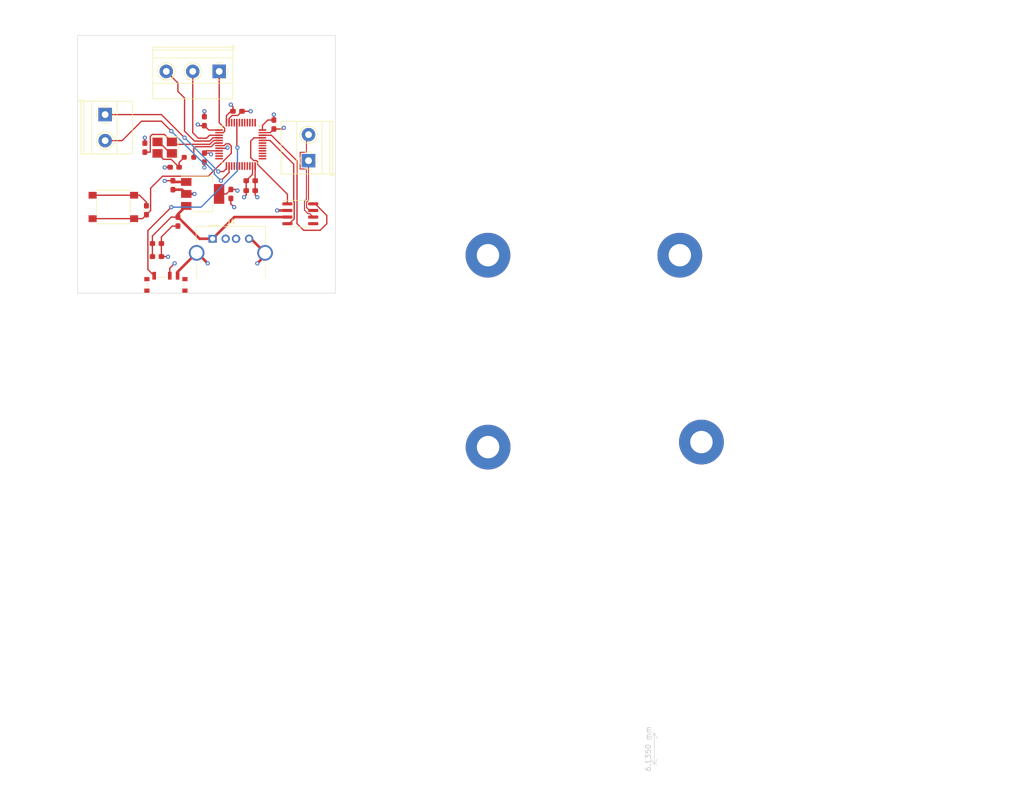
<source format=kicad_pcb>
(kicad_pcb (version 20221018) (generator pcbnew)
  (layers (0 "F.Cu" signal) (1 "In1.Cu" power) (2 "In2.Cu" power) (31 "B.Cu" signal) (34 "B.Paste" user) (35 "F.Paste" user) (36 "B.SilkS" user "B.Silkscreen") (37 "F.SilkS" user "F.Silkscreen") (38 "B.Mask" user) (39 "F.Mask" user) (44 "Edge.Cuts" user))
  (net 0 "")
  (net 1 "+5V")
  (net 2 "GND")
  (net 3 "+3.3V")
  (net 4 "Net-(C3-Pad1)")
  (net 5 "NRST")
  (net 6 "HSE_IN")
  (net 7 "Net-(C5-Pad1)")
  (net 8 "GPIO1")
  (net 9 "GPIO2")
  (net 10 "ADC1")
  (net 11 "ADC2")
  (net 12 "CAN+")
  (net 13 "CAN-")
  (net 14 "HSE_OUT")
  (net 15 "BOOT0")
  (net 16 "CAN TX")
  (net 17 "CAN RX")
  (net 19 "CAN Silent Mode ")
  (net 20 "GPIO3")
  (net 45 "Net-(x1-Pad2)")
  (footprint "Capacitor_SMD:C_0603_1608Metric_Pad1.08x0.95mm_HandSolder" (layer "F.Cu") (at 30.685 14.56)
    (fp_text reference "C7" hide)
    (fp_text value "10n")
    (fp_line (start -0.146267 -0.51) (end 0.146267 -0.51) (stroke (width 0.12)) (layer "F.SilkS"))
    (fp_line (start -0.146267 0.51) (end 0.146267 0.51) (stroke (width 0.12)) (layer "F.SilkS"))
    (pad "1" smd roundrect (at -0.8625 0) (size 1.075 0.95) (layers "F.Cu" "F.Paste" "F.Mask") (net 3 "+3.3V"))
    (pad "2" smd roundrect (at 0.8625 0) (size 1.075 0.95) (layers "F.Cu" "F.Paste" "F.Mask") (net 2 "GND"))
  )
  (footprint "Capacitor_SMD:C_0603_1608Metric_Pad1.08x0.95mm_HandSolder" (layer "F.Cu") (at 13.21 33.57 -90)
    (fp_text reference "C3" hide)
    (fp_text value "100n")
    (fp_line (start -0.146267 -0.51) (end 0.146267 -0.51) (stroke (width 0.12)) (layer "F.SilkS"))
    (fp_line (start -0.146267 0.51) (end 0.146267 0.51) (stroke (width 0.12)) (layer "F.SilkS"))
    (pad "1" smd roundrect (at -0.8625 0 270) (size 1.075 0.95) (layers "F.Cu" "F.Paste" "F.Mask") (net 4 "Net-(C3-Pad1)"))
    (pad "2" smd roundrect (at 0.8625 0 270) (size 1.075 0.95) (layers "F.Cu" "F.Paste" "F.Mask") (net 5 "NRST"))
  )
  (footprint "Oscillator:Oscillator_SMD_Abracon_ASE-4Pin_3.2x2.5mm_HandSoldering" (layer "F.Cu") (at 16.715 21.545 180)
    (fp_text reference "x1" hide)
    (fp_text value "8Mhz")
    (fp_line (start -2.55 -2.125) (end -2.55 2.125) (stroke (width 0.12)) (layer "F.SilkS"))
    (fp_line (start -2.55 2.125) (end 2.55 2.125) (stroke (width 0.12)) (layer "F.SilkS"))
    (pad "1" smd rect (at -1.375 1.1 180) (size 1.95 1.65) (layers "F.Cu" "F.Paste" "F.Mask") (net 6 "HSE_IN"))
    (pad "2" smd rect (at 1.375 1.1 180) (size 1.95 1.65) (layers "F.Cu" "F.Paste" "F.Mask") (net 45 "Net-(x1-Pad2)"))
    (pad "3" smd rect (at 1.375 -1.1 180) (size 1.95 1.65) (layers "F.Cu" "F.Paste" "F.Mask") (net 7 "Net-(C5-Pad1)"))
    (pad "4" smd rect (at -1.375 -1.1 180) (size 1.95 1.65) (layers "F.Cu" "F.Paste" "F.Mask") (net 45 "Net-(x1-Pad2)"))
  )
  (footprint "Capacitor_SMD:C_0603_1608Metric_Pad1.08x0.95mm_HandSolder" (layer "F.Cu") (at 18.29 28.7575 90)
    (fp_text reference "C11" hide)
    (fp_text value "10n")
    (fp_line (start -0.146267 -0.51) (end 0.146267 -0.51) (stroke (width 0.12)) (layer "F.SilkS"))
    (fp_line (start -0.146267 0.51) (end 0.146267 0.51) (stroke (width 0.12)) (layer "F.SilkS"))
    (pad "1" smd roundrect (at -0.8625 0 90) (size 1.075 0.95) (layers "F.Cu" "F.Paste" "F.Mask") (net 3 "+3.3V"))
    (pad "2" smd roundrect (at 0.8625 0 90) (size 1.075 0.95) (layers "F.Cu" "F.Paste" "F.Mask") (net 2 "GND"))
  )
  (footprint "Capacitor_SMD:C_0603_1608Metric_Pad1.08x0.95mm_HandSolder" (layer "F.Cu") (at 33.225 29.8 180)
    (fp_text reference "C10" hide)
    (fp_text value "1u")
    (fp_line (start -0.146267 -0.51) (end 0.146267 -0.51) (stroke (width 0.12)) (layer "F.SilkS"))
    (fp_line (start -0.146267 0.51) (end 0.146267 0.51) (stroke (width 0.12)) (layer "F.SilkS"))
    (pad "1" smd roundrect (at -0.8625 0 180) (size 1.075 0.95) (layers "F.Cu" "F.Paste" "F.Mask") (net 3 "+3.3V"))
    (pad "2" smd roundrect (at 0.8625 0 180) (size 1.075 0.95) (layers "F.Cu" "F.Paste" "F.Mask") (net 2 "GND"))
  )
  (footprint "Capacitor_SMD:C_0603_1608Metric_Pad1.08x0.95mm_HandSolder" (layer "F.Cu") (at 12.905 21.545 90)
    (fp_text reference "C4" hide)
    (fp_text value "6p")
    (fp_line (start -0.146267 -0.51) (end 0.146267 -0.51) (stroke (width 0.12)) (layer "F.SilkS"))
    (fp_line (start -0.146267 0.51) (end 0.146267 0.51) (stroke (width 0.12)) (layer "F.SilkS"))
    (pad "1" smd roundrect (at -0.8625 0 90) (size 1.075 0.95) (layers "F.Cu" "F.Paste" "F.Mask") (net 6 "HSE_IN"))
    (pad "2" smd roundrect (at 0.8625 0 90) (size 1.075 0.95) (layers "F.Cu" "F.Paste" "F.Mask") (net 2 "GND"))
  )
  (footprint "Button_Switch_SMD:SW_SPDT_PCM12" (layer "F.Cu") (at 16.945 47.58)
    (fp_text reference "SW2" hide)
    (fp_text value "SW_SPDT")
    (fp_line (start -3.45 -0.07) (end -3.45 0.72) (stroke (width 0.12)) (layer "F.SilkS"))
    (fp_line (start -1.6 -1.12) (end 0.1 -1.12) (stroke (width 0.12)) (layer "F.SilkS"))
    (fp_line (start 1.4 -1.12) (end 1.6 -1.12) (stroke (width 0.12)) (layer "F.SilkS"))
    (fp_line (start 3.45 0.72) (end 3.45 -0.07) (stroke (width 0.12)) (layer "F.SilkS"))
    (pad "" smd rect (at -3.65 -0.78) (size 1 0.8) (layers "F.Cu" "F.Paste" "F.Mask"))
    (pad "" smd rect (at -3.65 1.43) (size 1 0.8) (layers "F.Cu" "F.Paste" "F.Mask"))
    (pad "" np_thru_hole circle (at -1.5 0.33) (size 0.9 0.9) (drill 0.9) (layers "*.Cu" "*.Mask"))
    (pad "" np_thru_hole circle (at 1.5 0.33) (size 0.9 0.9) (drill 0.9) (layers "*.Cu" "*.Mask"))
    (pad "" smd rect (at 3.65 -0.78) (size 1 0.8) (layers "F.Cu" "F.Paste" "F.Mask"))
    (pad "" smd rect (at 3.65 1.43) (size 1 0.8) (layers "F.Cu" "F.Paste" "F.Mask"))
    (pad "1" smd rect (at -2.25 -1.43) (size 0.7 1.5) (layers "F.Cu" "F.Paste" "F.Mask") (net 15 "BOOT0"))
    (pad "2" smd rect (at 0.75 -1.43) (size 0.7 1.5) (layers "F.Cu" "F.Paste" "F.Mask") (net 3 "+3.3V"))
    (pad "3" smd rect (at 2.25 -1.43) (size 0.7 1.5) (layers "F.Cu" "F.Paste" "F.Mask") (net 2 "GND"))
  )
  (footprint "MountingHole:MountingHole_4.3mm_M4_Pad" (layer "F.Cu") (at 115.6 42.205 90)
    (fp_text reference "H3" hide)
    (fp_text value "MountingHole")
    (pad "1" thru_hole circle (at 0 0 90) (size 8.6 8.6) (drill 4.3) (layers "*.Cu" "*.Mask"))
  )
  (footprint "TerminalBlock_Phoenix:TerminalBlock_Phoenix_MKDS-1,5-2_1x02_P5.00mm_Horizontal" (layer "F.Cu") (at 44.325 24.045 90)
    (fp_text reference "J3" hide)
    (fp_text value "CAN")
    (fp_line (start -2.8 4.16) (end -2.8 4.9) (stroke (width 0.12)) (layer "F.SilkS"))
    (fp_line (start -2.8 4.9) (end -2.3 4.9) (stroke (width 0.12)) (layer "F.SilkS"))
    (fp_line (start -2.56 -5.261) (end -2.56 4.66) (stroke (width 0.12)) (layer "F.SilkS"))
    (fp_line (start -2.56 -5.261) (end 7.56 -5.261) (stroke (width 0.12)) (layer "F.SilkS"))
    (fp_line (start -2.56 -2.301) (end 7.56 -2.301) (stroke (width 0.12)) (layer "F.SilkS"))
    (fp_line (start -2.56 2.6) (end 7.56 2.6) (stroke (width 0.12)) (layer "F.SilkS"))
    (fp_line (start -2.56 4.1) (end 7.56 4.1) (stroke (width 0.12)) (layer "F.SilkS"))
    (fp_line (start -2.56 4.66) (end 7.56 4.66) (stroke (width 0.12)) (layer "F.SilkS"))
    (fp_line (start 3.773 1.023) (end 3.726 1.069) (stroke (width 0.12)) (layer "F.SilkS"))
    (fp_line (start 3.966 1.239) (end 3.931 1.274) (stroke (width 0.12)) (layer "F.SilkS"))
    (fp_line (start 6.07 -1.275) (end 6.035 -1.239) (stroke (width 0.12)) (layer "F.SilkS"))
    (fp_line (start 6.275 -1.069) (end 6.228 -1.023) (stroke (width 0.12)) (layer "F.SilkS"))
    (fp_line (start 7.56 -5.261) (end 7.56 4.66) (stroke (width 0.12)) (layer "F.SilkS"))
    (fp_arc (start -1.535427 0.683042) (mid -1.680501 -0.000524) (end -1.535 -0.684) (stroke (width 0.12)) (layer "F.SilkS"))
    (fp_arc (start -0.683042 -1.535427) (mid 0.000524 -1.680501) (end 0.684 -1.535) (stroke (width 0.12)) (layer "F.SilkS"))
    (fp_arc (start 0.028805 1.680253) (mid -0.335551 1.646659) (end -0.684 1.535) (stroke (width 0.12)) (layer "F.SilkS"))
    (fp_arc (start 0.683318 1.534756) (mid 0.349292 1.643288) (end 0 1.68) (stroke (width 0.12)) (layer "F.SilkS"))
    (fp_arc (start 1.535427 -0.683042) (mid 1.680501 0.000524) (end 1.535 0.684) (stroke (width 0.12)) (layer "F.SilkS"))
    (fp_circle (center 5 0) (end 6.68 0) (stroke (width 0.12)) (fill none) (layer "F.SilkS"))
    (pad "1" thru_hole rect (at 0 0 90) (size 2.6 2.6) (drill 1.3) (layers "*.Cu" "*.Mask") (net 12 "CAN+"))
    (pad "2" thru_hole circle (at 5 0 90) (size 2.6 2.6) (drill 1.3) (layers "*.Cu" "*.Mask") (net 13 "CAN-"))
  )
  (footprint "Capacitor_SMD:C_0603_1608Metric_Pad1.08x0.95mm_HandSolder" (layer "F.Cu") (at 18.62 25.305 180)
    (fp_text reference "C5" hide)
    (fp_text value "6p")
    (fp_line (start -0.146267 -0.51) (end 0.146267 -0.51) (stroke (width 0.12)) (layer "F.SilkS"))
    (fp_line (start -0.146267 0.51) (end 0.146267 0.51) (stroke (width 0.12)) (layer "F.SilkS"))
    (pad "1" smd roundrect (at -0.8625 0 180) (size 1.075 0.95) (layers "F.Cu" "F.Paste" "F.Mask") (net 7 "Net-(C5-Pad1)"))
    (pad "2" smd roundrect (at 0.8625 0 180) (size 1.075 0.95) (layers "F.Cu" "F.Paste" "F.Mask") (net 2 "GND"))
  )
  (footprint "Package_SO:SOIC-8_3.9x4.9mm_P1.27mm" (layer "F.Cu") (at 42.75 34.245)
    (fp_text reference "U1" hide)
    (fp_text value "TJA1051T")
    (fp_line (start 0 -2.56) (end -3.45 -2.56) (stroke (width 0.12)) (layer "F.SilkS"))
    (fp_line (start 0 -2.56) (end 1.95 -2.56) (stroke (width 0.12)) (layer "F.SilkS"))
    (fp_line (start 0 2.56) (end -1.95 2.56) (stroke (width 0.12)) (layer "F.SilkS"))
    (fp_line (start 0 2.56) (end 1.95 2.56) (stroke (width 0.12)) (layer "F.SilkS"))
    (pad "1" smd roundrect (at -2.475 -1.905) (size 1.95 0.6) (layers "F.Cu" "F.Paste" "F.Mask") (net 16 "CAN TX"))
    (pad "2" smd roundrect (at -2.475 -0.635) (size 1.95 0.6) (layers "F.Cu" "F.Paste" "F.Mask") (net 2 "GND"))
    (pad "3" smd roundrect (at -2.475 0.635) (size 1.95 0.6) (layers "F.Cu" "F.Paste" "F.Mask") (net 1 "+5V"))
    (pad "4" smd roundrect (at -2.475 1.905) (size 1.95 0.6) (layers "F.Cu" "F.Paste" "F.Mask") (net 17 "CAN RX"))
    (pad "5" smd roundrect (at 2.475 1.905) (size 1.95 0.6) (layers "F.Cu" "F.Paste" "F.Mask"))
    (pad "6" smd roundrect (at 2.475 0.635) (size 1.95 0.6) (layers "F.Cu" "F.Paste" "F.Mask") (net 13 "CAN-"))
    (pad "7" smd roundrect (at 2.475 -0.635) (size 1.95 0.6) (layers "F.Cu" "F.Paste" "F.Mask") (net 12 "CAN+"))
    (pad "8" smd roundrect (at 2.475 -1.905) (size 1.95 0.6) (layers "F.Cu" "F.Paste" "F.Mask") (net 19 "CAN Silent Mode "))
  )
  (footprint "Capacitor_SMD:C_0603_1608Metric_Pad1.08x0.95mm_HandSolder" (layer "F.Cu") (at 29.415 30.435 -90)
    (fp_text reference "C12" hide)
    (fp_text value "1u")
    (fp_line (start -0.146267 -0.51) (end 0.146267 -0.51) (stroke (width 0.12)) (layer "F.SilkS"))
    (fp_line (start -0.146267 0.51) (end 0.146267 0.51) (stroke (width 0.12)) (layer "F.SilkS"))
    (pad "1" smd roundrect (at -0.8625 0 270) (size 1.075 0.95) (layers "F.Cu" "F.Paste" "F.Mask") (net 3 "+3.3V"))
    (pad "2" smd roundrect (at 0.8625 0 270) (size 1.075 0.95) (layers "F.Cu" "F.Paste" "F.Mask") (net 2 "GND"))
  )
  (footprint "Package_TO_SOT_SMD:SOT-223-3_TabPin2" (layer "F.Cu") (at 24.005 30.435)
    (fp_text reference "U2" hide)
    (fp_text value "AMS1117-3.3")
    (fp_line (start -4.1 -3.41) (end 1.91 -3.41) (stroke (width 0.12)) (layer "F.SilkS"))
    (fp_line (start -1.85 3.41) (end 1.91 3.41) (stroke (width 0.12)) (layer "F.SilkS"))
    (fp_line (start 1.91 -3.41) (end 1.91 -2.15) (stroke (width 0.12)) (layer "F.SilkS"))
    (fp_line (start 1.91 3.41) (end 1.91 2.15) (stroke (width 0.12)) (layer "F.SilkS"))
    (pad "1" smd rect (at -3.15 -2.3) (size 2 1.5) (layers "F.Cu" "F.Paste" "F.Mask") (net 2 "GND"))
    (pad "2" smd rect (at -3.15 0) (size 2 1.5) (layers "F.Cu" "F.Paste" "F.Mask") (net 3 "+3.3V"))
    (pad "2" smd rect (at 3.15 0) (size 2 3.8) (layers "F.Cu" "F.Paste" "F.Mask") (net 3 "+3.3V"))
    (pad "3" smd rect (at -3.15 2.3) (size 2 1.5) (layers "F.Cu" "F.Paste" "F.Mask") (net 1 "+5V"))
  )
  (footprint "Capacitor_SMD:C_0603_1608Metric_Pad1.08x0.95mm_HandSolder" (layer "F.Cu") (at 15.2175 42.47)
    (fp_text reference "C14" hide)
    (fp_text value "1u")
    (fp_line (start -0.146267 -0.51) (end 0.146267 -0.51) (stroke (width 0.12)) (layer "F.SilkS"))
    (fp_line (start -0.146267 0.51) (end 0.146267 0.51) (stroke (width 0.12)) (layer "F.SilkS"))
    (pad "1" smd roundrect (at -0.8625 0) (size 1.075 0.95) (layers "F.Cu" "F.Paste" "F.Mask") (net 1 "+5V"))
    (pad "2" smd roundrect (at 0.8625 0) (size 1.075 0.95) (layers "F.Cu" "F.Paste" "F.Mask") (net 2 "GND"))
  )
  (footprint "MountingHole:MountingHole_4.3mm_M4_Pad" (layer "F.Cu") (at 78.795 79.07 90)
    (fp_text reference "H1" hide)
    (fp_text value "MountingHole")
    (pad "1" thru_hole circle (at 0 0 90) (size 8.6 8.6) (drill 4.3) (layers "*.Cu" "*.Mask"))
  )
  (footprint "Capacitor_SMD:C_0603_1608Metric_Pad1.08x0.95mm_HandSolder" (layer "F.Cu") (at 15.2175 39.96)
    (fp_text reference "C13" hide)
    (fp_text value "100n")
    (fp_line (start -0.146267 -0.51) (end 0.146267 -0.51) (stroke (width 0.12)) (layer "F.SilkS"))
    (fp_line (start -0.146267 0.51) (end 0.146267 0.51) (stroke (width 0.12)) (layer "F.SilkS"))
    (pad "1" smd roundrect (at -0.8625 0) (size 1.075 0.95) (layers "F.Cu" "F.Paste" "F.Mask") (net 1 "+5V"))
    (pad "2" smd roundrect (at 0.8625 0) (size 1.075 0.95) (layers "F.Cu" "F.Paste" "F.Mask") (net 2 "GND"))
  )
  (footprint "Capacitor_SMD:C_0603_1608Metric_Pad1.08x0.95mm_HandSolder" (layer "F.Cu") (at 19.255 35.7425 -90)
    (fp_text reference "C1" hide)
    (fp_text value "10u")
    (fp_line (start -0.146267 -0.51) (end 0.146267 -0.51) (stroke (width 0.12)) (layer "F.SilkS"))
    (fp_line (start -0.146267 0.51) (end 0.146267 0.51) (stroke (width 0.12)) (layer "F.SilkS"))
    (pad "1" smd roundrect (at -0.8625 0 270) (size 1.075 0.95) (layers "F.Cu" "F.Paste" "F.Mask") (net 1 "+5V"))
    (pad "2" smd roundrect (at 0.8625 0 270) (size 1.075 0.95) (layers "F.Cu" "F.Paste" "F.Mask") (net 2 "GND"))
  )
  (footprint "Package_QFP:LQFP-48_7x7mm_P0.5mm" (layer "F.Cu") (at 31.32 20.91)
    (fp_text reference "U3" hide)
    (fp_text value "STM32F103C4Tx")
    (fp_line (start -3.61 -3.61) (end -3.61 -3.16) (stroke (width 0.12)) (layer "F.SilkS"))
    (fp_line (start -3.61 -3.16) (end -4.9 -3.16) (stroke (width 0.12)) (layer "F.SilkS"))
    (fp_line (start -3.61 3.61) (end -3.61 3.16) (stroke (width 0.12)) (layer "F.SilkS"))
    (fp_line (start -3.16 -3.61) (end -3.61 -3.61) (stroke (width 0.12)) (layer "F.SilkS"))
    (fp_line (start -3.16 3.61) (end -3.61 3.61) (stroke (width 0.12)) (layer "F.SilkS"))
    (fp_line (start 3.16 -3.61) (end 3.61 -3.61) (stroke (width 0.12)) (layer "F.SilkS"))
    (fp_line (start 3.16 3.61) (end 3.61 3.61) (stroke (width 0.12)) (layer "F.SilkS"))
    (fp_line (start 3.61 -3.61) (end 3.61 -3.16) (stroke (width 0.12)) (layer "F.SilkS"))
    (fp_line (start 3.61 3.61) (end 3.61 3.16) (stroke (width 0.12)) (layer "F.SilkS"))
    (pad "1" smd roundrect (at -4.1625 -2.75) (size 1.475 0.3) (layers "F.Cu" "F.Paste" "F.Mask") (net 3 "+3.3V"))
    (pad "2" smd roundrect (at -4.1625 -2.25) (size 1.475 0.3) (layers "F.Cu" "F.Paste" "F.Mask") (net 8 "GPIO1"))
    (pad "3" smd roundrect (at -4.1625 -1.75) (size 1.475 0.3) (layers "F.Cu" "F.Paste" "F.Mask") (net 9 "GPIO2"))
    (pad "4" smd roundrect (at -4.1625 -1.25) (size 1.475 0.3) (layers "F.Cu" "F.Paste" "F.Mask") (net 20 "GPIO3"))
    (pad "5" smd roundrect (at -4.1625 -0.75) (size 1.475 0.3) (layers "F.Cu" "F.Paste" "F.Mask") (net 6 "HSE_IN"))
    (pad "6" smd roundrect (at -4.1625 -0.25) (size 1.475 0.3) (layers "F.Cu" "F.Paste" "F.Mask") (net 14 "HSE_OUT"))
    (pad "7" smd roundrect (at -4.1625 0.25) (size 1.475 0.3) (layers "F.Cu" "F.Paste" "F.Mask") (net 5 "NRST"))
    (pad "8" smd roundrect (at -4.1625 0.75) (size 1.475 0.3) (layers "F.Cu" "F.Paste" "F.Mask") (net 2 "GND"))
    (pad "9" smd roundrect (at -4.1625 1.25) (size 1.475 0.3) (layers "F.Cu" "F.Paste" "F.Mask") (net 3 "+3.3V"))
    (pad "10" smd roundrect (at -4.1625 1.75) (size 1.475 0.3) (layers "F.Cu" "F.Paste" "F.Mask"))
    (pad "11" smd roundrect (at -4.1625 2.25) (size 1.475 0.3) (layers "F.Cu" "F.Paste" "F.Mask"))
    (pad "12" smd roundrect (at -4.1625 2.75) (size 1.475 0.3) (layers "F.Cu" "F.Paste" "F.Mask"))
    (pad "13" smd roundrect (at -2.75 4.1625) (size 0.3 1.475) (layers "F.Cu" "F.Paste" "F.Mask") (net 10 "ADC1"))
    (pad "14" smd roundrect (at -2.25 4.1625) (size 0.3 1.475) (layers "F.Cu" "F.Paste" "F.Mask") (net 11 "ADC2"))
    (pad "15" smd roundrect (at -1.75 4.1625) (size 0.3 1.475) (layers "F.Cu" "F.Paste" "F.Mask"))
    (pad "16" smd roundrect (at -1.25 4.1625) (size 0.3 1.475) (layers "F.Cu" "F.Paste" "F.Mask"))
    (pad "17" smd roundrect (at -0.75 4.1625) (size 0.3 1.475) (layers "F.Cu" "F.Paste" "F.Mask"))
    (pad "18" smd roundrect (at -0.25 4.1625) (size 0.3 1.475) (layers "F.Cu" "F.Paste" "F.Mask"))
    (pad "19" smd roundrect (at 0.25 4.1625) (size 0.3 1.475) (layers "F.Cu" "F.Paste" "F.Mask"))
    (pad "20" smd roundrect (at 0.75 4.1625) (size 0.3 1.475) (layers "F.Cu" "F.Paste" "F.Mask"))
    (pad "21" smd roundrect (at 1.25 4.1625) (size 0.3 1.475) (layers "F.Cu" "F.Paste" "F.Mask"))
    (pad "22" smd roundrect (at 1.75 4.1625) (size 0.3 1.475) (layers "F.Cu" "F.Paste" "F.Mask"))
    (pad "23" smd roundrect (at 2.25 4.1625) (size 0.3 1.475) (layers "F.Cu" "F.Paste" "F.Mask") (net 2 "GND"))
    (pad "24" smd roundrect (at 2.75 4.1625) (size 0.3 1.475) (layers "F.Cu" "F.Paste" "F.Mask") (net 3 "+3.3V"))
    (pad "25" smd roundrect (at 4.1625 2.75) (size 1.475 0.3) (layers "F.Cu" "F.Paste" "F.Mask"))
    (pad "26" smd roundrect (at 4.1625 2.25) (size 1.475 0.3) (layers "F.Cu" "F.Paste" "F.Mask"))
    (pad "27" smd roundrect (at 4.1625 1.75) (size 1.475 0.3) (layers "F.Cu" "F.Paste" "F.Mask"))
    (pad "28" smd roundrect (at 4.1625 1.25) (size 1.475 0.3) (layers "F.Cu" "F.Paste" "F.Mask"))
    (pad "29" smd roundrect (at 4.1625 0.75) (size 1.475 0.3) (layers "F.Cu" "F.Paste" "F.Mask"))
    (pad "30" smd roundrect (at 4.1625 0.25) (size 1.475 0.3) (layers "F.Cu" "F.Paste" "F.Mask"))
    (pad "31" smd roundrect (at 4.1625 -0.25) (size 1.475 0.3) (layers "F.Cu" "F.Paste" "F.Mask"))
    (pad "32" smd roundrect (at 4.1625 -0.75) (size 1.475 0.3) (layers "F.Cu" "F.Paste" "F.Mask") (net 17 "CAN RX"))
    (pad "33" smd roundrect (at 4.1625 -1.25) (size 1.475 0.3) (layers "F.Cu" "F.Paste" "F.Mask") (net 16 "CAN TX"))
    (pad "34" smd roundrect (at 4.1625 -1.75) (size 1.475 0.3) (layers "F.Cu" "F.Paste" "F.Mask") (net 19 "CAN Silent Mode "))
    (pad "35" smd roundrect (at 4.1625 -2.25) (size 1.475 0.3) (layers "F.Cu" "F.Paste" "F.Mask") (net 2 "GND"))
    (pad "36" smd roundrect (at 4.1625 -2.75) (size 1.475 0.3) (layers "F.Cu" "F.Paste" "F.Mask") (net 3 "+3.3V"))
    (pad "37" smd roundrect (at 2.75 -4.1625) (size 0.3 1.475) (layers "F.Cu" "F.Paste" "F.Mask"))
    (pad "38" smd roundrect (at 2.25 -4.1625) (size 0.3 1.475) (layers "F.Cu" "F.Paste" "F.Mask"))
    (pad "39" smd roundrect (at 1.75 -4.1625) (size 0.3 1.475) (layers "F.Cu" "F.Paste" "F.Mask"))
    (pad "40" smd roundrect (at 1.25 -4.1625) (size 0.3 1.475) (layers "F.Cu" "F.Paste" "F.Mask"))
    (pad "41" smd roundrect (at 0.75 -4.1625) (size 0.3 1.475) (layers "F.Cu" "F.Paste" "F.Mask"))
    (pad "42" smd roundrect (at 0.25 -4.1625) (size 0.3 1.475) (layers "F.Cu" "F.Paste" "F.Mask"))
    (pad "43" smd roundrect (at -0.25 -4.1625) (size 0.3 1.475) (layers "F.Cu" "F.Paste" "F.Mask"))
    (pad "44" smd roundrect (at -0.75 -4.1625) (size 0.3 1.475) (layers "F.Cu" "F.Paste" "F.Mask") (net 15 "BOOT0"))
    (pad "45" smd roundrect (at -1.25 -4.1625) (size 0.3 1.475) (layers "F.Cu" "F.Paste" "F.Mask"))
    (pad "46" smd roundrect (at -1.75 -4.1625) (size 0.3 1.475) (layers "F.Cu" "F.Paste" "F.Mask"))
    (pad "47" smd roundrect (at -2.25 -4.1625) (size 0.3 1.475) (layers "F.Cu" "F.Paste" "F.Mask") (net 2 "GND"))
    (pad "48" smd roundrect (at -2.75 -4.1625) (size 0.3 1.475) (layers "F.Cu" "F.Paste" "F.Mask") (net 3 "+3.3V"))
  )
  (footprint "MountingHole:MountingHole_4.3mm_M4_Pad" (layer "F.Cu") (at 119.75 78.1 90)
    (fp_text reference "H2" hide)
    (fp_text value "MountingHole")
    (pad "1" thru_hole circle (at 0 0 90) (size 8.6 8.6) (drill 4.3) (layers "*.Cu" "*.Mask"))
  )
  (footprint "Button_Switch_SMD:SW_SPST_PTS645" (layer "F.Cu") (at 6.86 32.935)
    (fp_text reference "SW1" hide)
    (fp_text value "SW_Push")
    (fp_line (start -3.23 -3.23) (end 3.23 -3.23) (stroke (width 0.12)) (layer "F.SilkS"))
    (fp_line (start -3.23 -3.2) (end -3.23 -3.23) (stroke (width 0.12)) (layer "F.SilkS"))
    (fp_line (start -3.23 -1.3) (end -3.23 1.3) (stroke (width 0.12)) (layer "F.SilkS"))
    (fp_line (start -3.23 3.23) (end -3.23 3.2) (stroke (width 0.12)) (layer "F.SilkS"))
    (fp_line (start -3.23 3.23) (end 3.23 3.23) (stroke (width 0.12)) (layer "F.SilkS"))
    (fp_line (start 3.23 -3.23) (end 3.23 -3.2) (stroke (width 0.12)) (layer "F.SilkS"))
    (fp_line (start 3.23 -1.3) (end 3.23 1.3) (stroke (width 0.12)) (layer "F.SilkS"))
    (fp_line (start 3.23 3.23) (end 3.23 3.2) (stroke (width 0.12)) (layer "F.SilkS"))
    (pad "1" smd rect (at -3.98 -2.25) (size 1.55 1.3) (layers "F.Cu" "F.Paste" "F.Mask") (net 4 "Net-(C3-Pad1)"))
    (pad "1" smd rect (at 3.98 -2.25) (size 1.55 1.3) (layers "F.Cu" "F.Paste" "F.Mask") (net 4 "Net-(C3-Pad1)"))
    (pad "2" smd rect (at -3.98 2.25) (size 1.55 1.3) (layers "F.Cu" "F.Paste" "F.Mask") (net 5 "NRST"))
    (pad "2" smd rect (at 3.98 2.25) (size 1.55 1.3) (layers "F.Cu" "F.Paste" "F.Mask") (net 5 "NRST"))
  )
  (footprint "Connector_USB:USB_A_Molex_67643_Horizontal" (layer "F.Cu") (at 25.915 39.045)
    (fp_text reference "J4" (at 3.5 -3.19) (layer "F.SilkS"))
    (fp_text value "USB_A")
    (fp_line (start -3.16 -2.38) (end -3.16 0.95) (stroke (width 0.12)) (layer "F.SilkS"))
    (fp_line (start -3.16 -2.38) (end 10.16 -2.38) (stroke (width 0.12)) (layer "F.SilkS"))
    (fp_line (start -3.048 5.08) (end -3.048 7.62) (stroke (width 0.1)) (layer "F.SilkS"))
    (fp_line (start -0.9 -2.6) (end 0.9 -2.6) (stroke (width 0.12)) (layer "F.SilkS"))
    (fp_line (start 10.16 -2.38) (end 10.16 0.95) (stroke (width 0.12)) (layer "F.SilkS"))
    (fp_line (start 10.16 5.08) (end 10.16 7.62) (stroke (width 0.1)) (layer "F.SilkS"))
    (pad "1" thru_hole rect (at 0 0) (size 1.6 1.5) (drill 0.95) (layers "*.Cu" "*.Mask") (net 1 "+5V"))
    (pad "2" thru_hole circle (at 2.5 0) (size 1.6 1.6) (drill 0.95) (layers "*.Cu" "*.Mask"))
    (pad "3" thru_hole circle (at 4.5 0) (size 1.6 1.6) (drill 0.95) (layers "*.Cu" "*.Mask"))
    (pad "4" thru_hole circle (at 7 0) (size 1.6 1.6) (drill 0.95) (layers "*.Cu" "*.Mask") (net 2 "GND"))
    (pad "5" thru_hole circle (at -3.07 2.71) (size 3 3) (drill 2.3) (layers "*.Cu" "*.Mask") (net 2 "GND"))
    (pad "5" thru_hole circle (at 10.07 2.71) (size 3 3) (drill 2.3) (layers "*.Cu" "*.Mask") (net 2 "GND"))
  )
  (footprint "Capacitor_SMD:C_0603_1608Metric_Pad1.08x0.95mm_HandSolder" (layer "F.Cu") (at 33.225 27.895 180)
    (fp_text reference "C9" hide)
    (fp_text value "10n")
    (fp_line (start -0.146267 -0.51) (end 0.146267 -0.51) (stroke (width 0.12)) (layer "F.SilkS"))
    (fp_line (start -0.146267 0.51) (end 0.146267 0.51) (stroke (width 0.12)) (layer "F.SilkS"))
    (pad "1" smd roundrect (at -0.8625 0 180) (size 1.075 0.95) (layers "F.Cu" "F.Paste" "F.Mask") (net 3 "+3.3V"))
    (pad "2" smd roundrect (at 0.8625 0 180) (size 1.075 0.95) (layers "F.Cu" "F.Paste" "F.Mask") (net 2 "GND"))
  )
  (footprint "Capacitor_SMD:C_0603_1608Metric_Pad1.08x0.95mm_HandSolder" (layer "F.Cu") (at 24.335 16.465 90)
    (fp_text reference "C6" hide)
    (fp_text value "10n")
    (fp_line (start -0.146267 -0.51) (end 0.146267 -0.51) (stroke (width 0.12)) (layer "F.SilkS"))
    (fp_line (start -0.146267 0.51) (end 0.146267 0.51) (stroke (width 0.12)) (layer "F.SilkS"))
    (pad "1" smd roundrect (at -0.8625 0 90) (size 1.075 0.95) (layers "F.Cu" "F.Paste" "F.Mask") (net 3 "+3.3V"))
    (pad "2" smd roundrect (at 0.8625 0 90) (size 1.075 0.95) (layers "F.Cu" "F.Paste" "F.Mask") (net 2 "GND"))
  )
  (footprint "Capacitor_SMD:C_0603_1608Metric_Pad1.08x0.95mm_HandSolder" (layer "F.Cu") (at 24.335 23.45 -90)
    (fp_text reference "C8" hide)
    (fp_text value "10n")
    (fp_line (start -0.146267 -0.51) (end 0.146267 -0.51) (stroke (width 0.12)) (layer "F.SilkS"))
    (fp_line (start -0.146267 0.51) (end 0.146267 0.51) (stroke (width 0.12)) (layer "F.SilkS"))
    (pad "1" smd roundrect (at -0.8625 0 270) (size 1.075 0.95) (layers "F.Cu" "F.Paste" "F.Mask") (net 3 "+3.3V"))
    (pad "2" smd roundrect (at 0.8625 0 270) (size 1.075 0.95) (layers "F.Cu" "F.Paste" "F.Mask") (net 2 "GND"))
  )
  (footprint "TerminalBlock_Phoenix:TerminalBlock_Phoenix_MKDS-1,5-3-5.08_1x03_P5.08mm_Horizontal" (layer "F.Cu") (at 27.18 6.9 180)
    (fp_text reference "J1" hide)
    (fp_text value "GPIO")
    (fp_line (start -2.84 4.16) (end -2.84 4.9) (stroke (width 0.12)) (layer "F.SilkS"))
    (fp_line (start -2.84 4.9) (end -2.34 4.9) (stroke (width 0.12)) (layer "F.SilkS"))
    (fp_line (start -2.6 -5.261) (end -2.6 4.66) (stroke (width 0.12)) (layer "F.SilkS"))
    (fp_line (start -2.6 -5.261) (end 12.76 -5.261) (stroke (width 0.12)) (layer "F.SilkS"))
    (fp_line (start -2.6 -2.301) (end 12.76 -2.301) (stroke (width 0.12)) (layer "F.SilkS"))
    (fp_line (start -2.6 2.6) (end 12.76 2.6) (stroke (width 0.12)) (layer "F.SilkS"))
    (fp_line (start -2.6 4.1) (end 12.76 4.1) (stroke (width 0.12)) (layer "F.SilkS"))
    (fp_line (start -2.6 4.66) (end 12.76 4.66) (stroke (width 0.12)) (layer "F.SilkS"))
    (fp_line (start 3.853 1.023) (end 3.806 1.069) (stroke (width 0.12)) (layer "F.SilkS"))
    (fp_line (start 4.046 1.239) (end 4.011 1.274) (stroke (width 0.12)) (layer "F.SilkS"))
    (fp_line (start 6.15 -1.275) (end 6.115 -1.239) (stroke (width 0.12)) (layer "F.SilkS"))
    (fp_line (start 6.355 -1.069) (end 6.308 -1.023) (stroke (width 0.12)) (layer "F.SilkS"))
    (fp_line (start 8.933 1.023) (end 8.886 1.069) (stroke (width 0.12)) (layer "F.SilkS"))
    (fp_line (start 9.126 1.239) (end 9.091 1.274) (stroke (width 0.12)) (layer "F.SilkS"))
    (fp_line (start 11.23 -1.275) (end 11.195 -1.239) (stroke (width 0.12)) (layer "F.SilkS"))
    (fp_line (start 11.435 -1.069) (end 11.388 -1.023) (stroke (width 0.12)) (layer "F.SilkS"))
    (fp_line (start 12.76 -5.261) (end 12.76 4.66) (stroke (width 0.12)) (layer "F.SilkS"))
    (fp_arc (start -1.535427 0.683042) (mid -1.680501 -0.000524) (end -1.535 -0.684) (stroke (width 0.12)) (layer "F.SilkS"))
    (fp_arc (start -0.683042 -1.535427) (mid 0.000524 -1.680501) (end 0.684 -1.535) (stroke (width 0.12)) (layer "F.SilkS"))
    (fp_arc (start 0.028805 1.680253) (mid -0.335551 1.646659) (end -0.684 1.535) (stroke (width 0.12)) (layer "F.SilkS"))
    (fp_arc (start 0.683318 1.534756) (mid 0.349292 1.643288) (end 0 1.68) (stroke (width 0.12)) (layer "F.SilkS"))
    (fp_arc (start 1.535427 -0.683042) (mid 1.680501 0.000524) (end 1.535 0.684) (stroke (width 0.12)) (layer "F.SilkS"))
    (fp_circle (center 5.08 0) (end 6.76 0) (stroke (width 0.12)) (fill none) (layer "F.SilkS"))
    (fp_circle (center 10.16 0) (end 11.84 0) (stroke (width 0.12)) (fill none) (layer "F.SilkS"))
    (pad "1" thru_hole rect (at 0 0 180) (size 2.6 2.6) (drill 1.3) (layers "*.Cu" "*.Mask") (net 8 "GPIO1"))
    (pad "2" thru_hole circle (at 5.08 0 180) (size 2.6 2.6) (drill 1.3) (layers "*.Cu" "*.Mask") (net 9 "GPIO2"))
    (pad "3" thru_hole circle (at 10.16 0 180) (size 2.6 2.6) (drill 1.3) (layers "*.Cu" "*.Mask") (net 20 "GPIO3"))
  )
  (footprint "Capacitor_SMD:C_0603_1608Metric_Pad1.08x0.95mm_HandSolder" (layer "F.Cu") (at 37.67 17.1 -90)
    (fp_text reference "C2" hide)
    (fp_text value "22u")
    (fp_line (start -0.146267 -0.51) (end 0.146267 -0.51) (stroke (width 0.12)) (layer "F.SilkS"))
    (fp_line (start -0.146267 0.51) (end 0.146267 0.51) (stroke (width 0.12)) (layer "F.SilkS"))
    (pad "1" smd roundrect (at -0.8625 0 270) (size 1.075 0.95) (layers "F.Cu" "F.Paste" "F.Mask") (net 3 "+3.3V"))
    (pad "2" smd roundrect (at 0.8625 0 270) (size 1.075 0.95) (layers "F.Cu" "F.Paste" "F.Mask") (net 2 "GND"))
  )
  (footprint "TerminalBlock_Phoenix:TerminalBlock_Phoenix_MKDS-1,5-2_1x02_P5.00mm_Horizontal" (layer "F.Cu") (at 5.285 15.195 -90)
    (fp_text reference "J2" hide)
    (fp_text value "ADC")
    (fp_line (start -2.8 4.16) (end -2.8 4.9) (stroke (width 0.12)) (layer "F.SilkS"))
    (fp_line (start -2.8 4.9) (end -2.3 4.9) (stroke (width 0.12)) (layer "F.SilkS"))
    (fp_line (start -2.56 -5.261) (end -2.56 4.66) (stroke (width 0.12)) (layer "F.SilkS"))
    (fp_line (start -2.56 -5.261) (end 7.56 -5.261) (stroke (width 0.12)) (layer "F.SilkS"))
    (fp_line (start -2.56 -2.301) (end 7.56 -2.301) (stroke (width 0.12)) (layer "F.SilkS"))
    (fp_line (start -2.56 2.6) (end 7.56 2.6) (stroke (width 0.12)) (layer "F.SilkS"))
    (fp_line (start -2.56 4.1) (end 7.56 4.1) (stroke (width 0.12)) (layer "F.SilkS"))
    (fp_line (start -2.56 4.66) (end 7.56 4.66) (stroke (width 0.12)) (layer "F.SilkS"))
    (fp_line (start 3.773 1.023) (end 3.726 1.069) (stroke (width 0.12)) (layer "F.SilkS"))
    (fp_line (start 3.966 1.239) (end 3.931 1.274) (stroke (width 0.12)) (layer "F.SilkS"))
    (fp_line (start 6.07 -1.275) (end 6.035 -1.239) (stroke (width 0.12)) (layer "F.SilkS"))
    (fp_line (start 6.275 -1.069) (end 6.228 -1.023) (stroke (width 0.12)) (layer "F.SilkS"))
    (fp_line (start 7.56 -5.261) (end 7.56 4.66) (stroke (width 0.12)) (layer "F.SilkS"))
    (fp_arc (start -1.535427 0.683042) (mid -1.680501 -0.000524) (end -1.535 -0.684) (stroke (width 0.12)) (layer "F.SilkS"))
    (fp_arc (start -0.683042 -1.535427) (mid 0.000524 -1.680501) (end 0.684 -1.535) (stroke (width 0.12)) (layer "F.SilkS"))
    (fp_arc (start 0.028805 1.680253) (mid -0.335551 1.646659) (end -0.684 1.535) (stroke (width 0.12)) (layer "F.SilkS"))
    (fp_arc (start 0.683318 1.534756) (mid 0.349292 1.643288) (end 0 1.68) (stroke (width 0.12)) (layer "F.SilkS"))
    (fp_arc (start 1.535427 -0.683042) (mid 1.680501 0.000524) (end 1.535 0.684) (stroke (width 0.12)) (layer "F.SilkS"))
    (fp_circle (center 5 0) (end 6.68 0) (stroke (width 0.12)) (fill none) (layer "F.SilkS"))
    (pad "1" thru_hole rect (at 0 0 270) (size 2.6 2.6) (drill 1.3) (layers "*.Cu" "*.Mask") (net 10 "ADC1"))
    (pad "2" thru_hole circle (at 5 0 270) (size 2.6 2.6) (drill 1.3) (layers "*.Cu" "*.Mask") (net 11 "ADC2"))
  )
  (footprint "MountingHole:MountingHole_4.3mm_M4_Pad" (layer "F.Cu") (at 78.77 42.205 90)
    (fp_text reference "H4" hide)
    (fp_text value "MountingHole")
    (pad "1" thru_hole circle (at 0 0 90) (size 8.6 8.6) (drill 4.3) (layers "*.Cu" "*.Mask"))
  )
  (footprint "Resistor_SMD:R_0603_1608Metric_Pad0.98x0.95mm_HandSolder" (layer "F.Cu") (at 21.3875 23.4 180)
    (fp_text reference "R1" hide)
    (fp_text value "0")
    (fp_line (start -0.254724 -0.5225) (end 0.254724 -0.5225) (stroke (width 0.12)) (layer "F.SilkS"))
    (fp_line (start -0.254724 0.5225) (end 0.254724 0.5225) (stroke (width 0.12)) (layer "F.SilkS"))
    (pad "1" smd roundrect (at -0.9125 0 180) (size 0.975 0.95) (layers "F.Cu" "F.Paste" "F.Mask") (net 14 "HSE_OUT"))
    (pad "2" smd roundrect (at 0.9125 0 180) (size 0.975 0.95) (layers "F.Cu" "F.Paste" "F.Mask") (net 7 "Net-(C5-Pad1)"))
  )
  (gr_rect (start 0 0) (end 49.5 49.5) (stroke (width 0.1)) (fill none) (layer "Edge.Cuts"))
  (dimension (type orthogonal) (layer "Edge.Cuts") (pts (xy 110.775 133.965) (xy 110.6 140.1)) (height -0.075) (orientation 1) (gr_text "6.1350 mm" (at 109.55 137.0325 90) (layer "Edge.Cuts") (effects (font (size 1 1) (thickness 0.15)))) (format (prefix "") (suffix "") (units 3) (units_format 1) (precision 4)) (style (thickness 0.1) (arrow_length 1.27) (text_position_mode 0) (extension_height 0.58642) (extension_offset 0.5) keep_text_aligned))
  (segment (start 30.08 34.88) (end 25.915 39.045) (width 0.5) (layer "F.Cu") (net 1))
  (segment (start 25.915 39.045) (end 23.42 39.045) (width 0.5) (layer "F.Cu") (net 1))
  (segment (start 23.42 39.045) (end 19.255 34.88) (width 0.5) (layer "F.Cu") (net 1))
  (segment (start 14.355 42.47) (end 14.355 39.96) (width 0.25) (layer "F.Cu") (net 1))
  (segment (start 14.355 39.96) (end 14.355 38.51) (width 0.25) (layer "F.Cu") (net 1))
  (segment (start 14.355 38.51) (end 17.985 34.88) (width 0.25) (layer "F.Cu") (net 1))
  (segment (start 19.255 34.88) (end 19.255 34.335) (width 0.5) (layer "F.Cu") (net 1))
  (segment (start 40.275 34.88) (end 30.08 34.88) (width 0.5) (layer "F.Cu") (net 1))
  (segment (start 19.255 34.335) (end 20.855 32.735) (width 0.5) (layer "F.Cu") (net 1))
  (segment (start 17.985 34.88) (end 19.255 34.88) (width 0.25) (layer "F.Cu") (net 1))
  (segment (start 32.915 39.045) (end 33.275 39.045) (width 0.5) (layer "F.Cu") (net 2))
  (segment (start 18.165 36.605) (end 19.255 36.605) (width 0.25) (layer "F.Cu") (net 2))
  (segment (start 32.3625 30.6625) (end 32.3625 29.8) (width 0.25) (layer "F.Cu") (net 2))
  (segment (start 16.765 25.305) (end 16.715 25.355) (width 0.25) (layer "F.Cu") (net 2))
  (segment (start 17.7575 25.305) (end 16.765 25.305) (width 0.25) (layer "F.Cu") (net 2))
  (segment (start 35.4825 18.66) (end 36.9725 18.66) (width 0.25) (layer "F.Cu") (net 2))
  (segment (start 19.195 45.405) (end 22.845 41.755) (width 0.5) (layer "F.Cu") (net 2))
  (segment (start 16.08 42.47) (end 17.32 42.47) (width 0.25) (layer "F.Cu") (net 2))
  (segment (start 22.955 41.755) (end 24.97 43.77) (width 0.5) (layer "F.Cu") (net 2))
  (segment (start 29.415 32.34) (end 30.05 32.975) (width 0.25) (layer "F.Cu") (net 2))
  (segment (start 28.665 21.66) (end 28.78 21.545) (width 0.25) (layer "F.Cu") (net 2))
  (segment (start 22.845 41.755) (end 22.955 41.755) (width 0.5) (layer "F.Cu") (net 2))
  (segment (start 31.5475 14.56) (end 33.225 14.56) (width 0.25) (layer "F.Cu") (net 2))
  (segment (start 33.275 39.045) (end 35.985 41.755) (width 0.5) (layer "F.Cu") (net 2))
  (segment (start 32.3625 27.895) (end 33.57 26.6875) (width 0.25) (layer "F.Cu") (net 2))
  (segment (start 29.07 16.7475) (end 29.07 15.944315) (width 0.25) (layer "F.Cu") (net 2))
  (segment (start 35.985 41.755) (end 35.985 42.28) (width 0.5) (layer "F.Cu") (net 2))
  (segment (start 40.275 33.61) (end 38.305 33.61) (width 0.5) (layer "F.Cu") (net 2))
  (segment (start 35.985 42.28) (end 34.495 43.77) (width 0.5) (layer "F.Cu") (net 2))
  (segment (start 29.07 15.944315) (end 29.654315 15.36) (width 0.25) (layer "F.Cu") (net 2))
  (segment (start 16.08 39.96) (end 16.08 38.69) (width 0.25) (layer "F.Cu") (net 2))
  (segment (start 32.3625 29.8) (end 32.3625 27.895) (width 0.25) (layer "F.Cu") (net 2))
  (segment (start 16.08 38.69) (end 18.165 36.605) (width 0.25) (layer "F.Cu") (net 2))
  (segment (start 24.335 15.6025) (end 24.335 14.56) (width 0.25) (layer "F.Cu") (net 2))
  (segment (start 27.1575 21.66) (end 28.665 21.66) (width 0.25) (layer "F.Cu") (net 2))
  (segment (start 18.29 27.895) (end 16.755 27.895) (width 0.25) (layer "F.Cu") (net 2))
  (segment (start 16.08 42.47) (end 16.08 39.96) (width 0.25) (layer "F.Cu") (net 2))
  (segment (start 30.7475 15.36) (end 31.5475 14.56) (width 0.25) (layer "F.Cu") (net 2))
  (segment (start 31.955 31.07) (end 32.3625 30.6625) (width 0.25) (layer "F.Cu") (net 2))
  (segment (start 18.53 28.135) (end 18.29 27.895) (width 0.5) (layer "F.Cu") (net 2))
  (segment (start 20.855 28.135) (end 18.53 28.135) (width 0.5) (layer "F.Cu") (net 2))
  (segment (start 12.905 20.6825) (end 12.905 19.64) (width 0.25) (layer "F.Cu") (net 2))
  (segment (start 33.57 26.6875) (end 33.57 25.0725) (width 0.25) (layer "F.Cu") (net 2))
  (segment (start 19.195 46.15) (end 19.195 45.405) (width 0.5) (layer "F.Cu") (net 2))
  (segment (start 37.67 17.9625) (end 39.3475 17.9625) (width 0.25) (layer "F.Cu") (net 2))
  (segment (start 29.415 31.2975) (end 29.415 32.34) (width 0.25) (layer "F.Cu") (net 2))
  (segment (start 17.32 42.47) (end 17.35 42.5) (width 0.25) (layer "F.Cu") (net 2))
  (segment (start 29.654315 15.36) (end 30.7475 15.36) (width 0.25) (layer "F.Cu") (net 2))
  (segment (start 36.9725 18.66) (end 37.67 17.9625) (width 0.25) (layer "F.Cu") (net 2))
  (segment (start 16.755 27.895) (end 16.715 27.935) (width 0.25) (layer "F.Cu") (net 2))
  (segment (start 39.3475 17.9625) (end 39.575 17.735) (width 0.25) (layer "F.Cu") (net 2))
  (segment (start 24.335 24.3125) (end 24.335 25.355) (width 0.25) (layer "F.Cu") (net 2))
  (via (at 31.955 31.07) (size 0.8) (drill 0.4) (layers "F.Cu" "B.Cu") (net 2))
  (via (at 16.715 27.935) (size 0.8) (drill 0.4) (layers "F.Cu" "B.Cu") (net 2))
  (via (at 12.905 19.64) (size 0.8) (drill 0.4) (layers "F.Cu" "B.Cu") (net 2))
  (via (at 34.495 43.77) (size 0.8) (drill 0.4) (layers "F.Cu" "B.Cu") (net 2))
  (via (at 16.715 25.355) (size 0.8) (drill 0.4) (layers "F.Cu" "B.Cu") (net 2))
  (via (at 17.35 42.5) (size 0.8) (drill 0.4) (layers "F.Cu" "B.Cu") (net 2))
  (via (at 39.575 17.735) (size 0.8) (drill 0.4) (layers "F.Cu" "B.Cu") (net 2))
  (via (at 24.335 14.56) (size 0.8) (drill 0.4) (layers "F.Cu" "B.Cu") (net 2))
  (via (at 30.05 32.975) (size 0.8) (drill 0.4) (layers "F.Cu" "B.Cu") (net 2))
  (via (at 28.78 21.545) (size 0.8) (drill 0.4) (layers "F.Cu" "B.Cu") (net 2))
  (via (at 33.225 14.56) (size 0.8) (drill 0.4) (layers "F.Cu" "B.Cu") (net 2))
  (via (at 38.305 33.61) (size 0.8) (drill 0.4) (layers "F.Cu" "B.Cu") (net 2))
  (via (at 24.335 25.355) (size 0.8) (drill 0.4) (layers "F.Cu" "B.Cu") (net 2))
  (via (at 24.97 43.77) (size 0.8) (drill 0.4) (layers "F.Cu" "B.Cu") (net 2))
  (segment (start 24.335 17.3275) (end 24.335 17.735) (width 0.25) (layer "F.Cu") (net 3))
  (segment (start 23.2925 17.3275) (end 23.065 17.1) (width 0.25) (layer "F.Cu") (net 3))
  (segment (start 25.3775 22.5875) (end 25.605 22.815) (width 0.25) (layer "F.Cu") (net 3))
  (segment (start 18.29 29.62) (end 20.04 29.62) (width 0.5) (layer "F.Cu") (net 3))
  (segment (start 37.67 16.2375) (end 37.67 15.195) (width 0.25) (layer "F.Cu") (net 3))
  (segment (start 24.7625 22.16) (end 27.1575 22.16) (width 0.25) (layer "F.Cu") (net 3))
  (segment (start 20.855 30.435) (end 22.43 30.435) (width 0.5) (layer "F.Cu") (net 3))
  (segment (start 29.8225 14.56) (end 29.8225 13.6975) (width 0.25) (layer "F.Cu") (net 3))
  (segment (start 36.51375 16.2375) (end 37.67 16.2375) (width 0.25) (layer "F.Cu") (net 3))
  (segment (start 29.415 14.56) (end 28.57 15.405) (width 0.25) (layer "F.Cu") (net 3))
  (segment (start 34.07 27.8775) (end 34.07 25.0725) (width 0.25) (layer "F.Cu") (net 3))
  (segment (start 28.57 15.405) (end 28.57 16.7475) (width 0.25) (layer "F.Cu") (net 3))
  (segment (start 35.4825 18.16) (end 35.4825 17.26875) (width 0.25) (layer "F.Cu") (net 3))
  (segment (start 34.0875 29.8) (end 34.0875 27.895) (width 0.25) (layer "F.Cu") (net 3))
  (segment (start 29.415 29.5725) (end 30.4575 29.5725) (width 0.25) (layer "F.Cu") (net 3))
  (segment (start 30.4575 29.5725) (end 30.685 29.8) (width 0.25) (layer "F.Cu") (net 3))
  (segment (start 34.0875 27.895) (end 34.07 27.8775) (width 0.25) (layer "F.Cu") (net 3))
  (segment (start 20.04 29.62) (end 20.855 30.435) (width 0.5) (layer "F.Cu") (net 3))
  (segment (start 24.335 22.5875) (end 24.7625 22.16) (width 0.25) (layer "F.Cu") (net 3))
  (segment (start 35.4825 17.26875) (end 36.51375 16.2375) (width 0.25) (layer "F.Cu") (net 3))
  (segment (start 34.0875 29.8) (end 34.0875 30.6625) (width 0.25) (layer "F.Cu") (net 3))
  (segment (start 28.5525 30.435) (end 27.155 30.435) (width 0.25) (layer "F.Cu") (net 3))
  (segment (start 24.335 22.5875) (end 25.3775 22.5875) (width 0.25) (layer "F.Cu") (net 3))
  (segment (start 17.695 44.695) (end 18.62 43.77) (width 0.25) (layer "F.Cu") (net 3))
  (segment (start 25.1675 18.16) (end 27.1575 18.16) (width 0.25) (layer "F.Cu") (net 3))
  (segment (start 24.335 17.3275) (end 23.2925 17.3275) (width 0.25) (layer "F.Cu") (net 3))
  (segment (start 34.0875 30.6625) (end 34.495 31.07) (width 0.25) (layer "F.Cu") (net 3))
  (segment (start 17.695 46.15) (end 17.695 44.695) (width 0.25) (layer "F.Cu") (net 3))
  (segment (start 29.8225 13.6975) (end 29.415 13.29) (width 0.25) (layer "F.Cu") (net 3))
  (segment (start 29.8225 14.56) (end 29.415 14.56) (width 0.25) (layer "F.Cu") (net 3))
  (segment (start 24.335 17.3275) (end 25.1675 18.16) (width 0.25) (layer "F.Cu") (net 3))
  (segment (start 29.415 29.5725) (end 28.5525 30.435) (width 0.25) (layer "F.Cu") (net 3))
  (via (at 34.495 31.07) (size 0.8) (drill 0.4) (layers "F.Cu" "B.Cu") (net 3))
  (via (at 22.43 30.435) (size 0.8) (drill 0.4) (layers "F.Cu" "B.Cu") (net 3))
  (via (at 23.065 17.1) (size 0.8) (drill 0.4) (layers "F.Cu" "B.Cu") (net 3))
  (via (at 37.67 15.195) (size 0.8) (drill 0.4) (layers "F.Cu" "B.Cu") (net 3))
  (via (at 30.685 29.8) (size 0.8) (drill 0.4) (layers "F.Cu" "B.Cu") (net 3))
  (via (at 18.62 43.77) (size 0.8) (drill 0.4) (layers "F.Cu" "B.Cu") (net 3))
  (via (at 25.605 22.815) (size 0.8) (drill 0.4) (layers "F.Cu" "B.Cu") (net 3))
  (via (at 29.415 13.29) (size 0.8) (drill 0.4) (layers "F.Cu" "B.Cu") (net 3))
  (segment (start 2.88 30.685) (end 10.84 30.685) (width 0.25) (layer "F.Cu") (net 4))
  (segment (start 13.21 32.01) (end 13.21 32.7075) (width 0.25) (layer "F.Cu") (net 4))
  (segment (start 10.84 30.685) (end 11.885 30.685) (width 0.25) (layer "F.Cu") (net 4))
  (segment (start 11.885 30.685) (end 13.21 32.01) (width 0.25) (layer "F.Cu") (net 4))
  (segment (start 25.088185 27.0325) (end 16.3075 27.0325) (width 0.25) (layer "F.Cu") (net 5))
  (segment (start 13.21 34.4325) (end 12.4575 35.185) (width 0.25) (layer "F.Cu") (net 5))
  (segment (start 29.505 21.244695) (end 29.505 22.615685) (width 0.25) (layer "F.Cu") (net 5))
  (segment (start 14.01 29.33) (end 14.01 33.6325) (width 0.25) (layer "F.Cu") (net 5))
  (segment (start 28.139695 21.16) (end 28.479695 20.82) (width 0.25) (layer "F.Cu") (net 5))
  (segment (start 16.3075 27.0325) (end 14.01 29.33) (width 0.25) (layer "F.Cu") (net 5))
  (segment (start 29.505 22.615685) (end 25.088185 27.0325) (width 0.25) (layer "F.Cu") (net 5))
  (segment (start 29.080305 20.82) (end 29.505 21.244695) (width 0.25) (layer "F.Cu") (net 5))
  (segment (start 2.88 35.185) (end 10.84 35.185) (width 0.25) (layer "F.Cu") (net 5))
  (segment (start 28.479695 20.82) (end 29.080305 20.82) (width 0.25) (layer "F.Cu") (net 5))
  (segment (start 14.01 33.6325) (end 13.21 34.4325) (width 0.25) (layer "F.Cu") (net 5))
  (segment (start 12.4575 35.185) (end 10.84 35.185) (width 0.25) (layer "F.Cu") (net 5))
  (segment (start 27.1575 21.16) (end 28.139695 21.16) (width 0.25) (layer "F.Cu") (net 5))
  (segment (start 12.905 22.4075) (end 13.9475 22.4075) (width 0.25) (layer "F.Cu") (net 6))
  (segment (start 18.555 20.91) (end 18.09 20.445) (width 0.25) (layer "F.Cu") (net 6))
  (segment (start 14.33 19.005) (end 16.65 19.005) (width 0.25) (layer "F.Cu") (net 6))
  (segment (start 27.1575 20.16) (end 26.113097 20.16) (width 0.25) (layer "F.Cu") (net 6))
  (segment (start 25.363097 20.91) (end 18.555 20.91) (width 0.25) (layer "F.Cu") (net 6))
  (segment (start 13.9475 19.3875) (end 14.33 19.005) (width 0.25) (layer "F.Cu") (net 6))
  (segment (start 13.9475 22.4075) (end 13.9475 19.3875) (width 0.25) (layer "F.Cu") (net 6))
  (segment (start 16.65 19.005) (end 18.09 20.445) (width 0.25) (layer "F.Cu") (net 6))
  (segment (start 26.113097 20.16) (end 25.363097 20.91) (width 0.25) (layer "F.Cu") (net 6))
  (segment (start 13.1425 22.645) (end 12.905 22.4075) (width 0.25) (layer "F.Cu") (net 6))
  (segment (start 16.49 23.795) (end 17.9725 23.795) (width 0.25) (layer "F.Cu") (net 7))
  (segment (start 15.34 22.645) (end 16.49 23.795) (width 0.25) (layer "F.Cu") (net 7))
  (segment (start 19.4825 24.3925) (end 20.475 23.4) (width 0.25) (layer "F.Cu") (net 7))
  (segment (start 17.9725 23.795) (end 19.4825 25.305) (width 0.25) (layer "F.Cu") (net 7))
  (segment (start 19.4825 25.305) (end 19.4825 24.3925) (width 0.25) (layer "F.Cu") (net 7))
  (segment (start 20.525 23.45) (end 20.475 23.4) (width 0.25) (layer "F.Cu") (net 7))
  (segment (start 28.22 17.81) (end 28.22 18.400685) (width 0.25) (layer "F.Cu") (net 8))
  (segment (start 27.960685 18.66) (end 27.1575 18.66) (width 0.25) (layer "F.Cu") (net 8))
  (segment (start 27.18 6.9) (end 27.18 16.77) (width 0.25) (layer "F.Cu") (net 8))
  (segment (start 27.18 16.77) (end 28.22 17.81) (width 0.25) (layer "F.Cu") (net 8))
  (segment (start 28.22 18.400685) (end 27.960685 18.66) (width 0.25) (layer "F.Cu") (net 8))
  (segment (start 25.327652 19.16) (end 27.1575 19.16) (width 0.25) (layer "F.Cu") (net 9))
  (segment (start 24.757652 19.73) (end 25.327652 19.16) (width 0.25) (layer "F.Cu") (net 9))
  (segment (start 22.1 18.675) (end 23.155 19.73) (width 0.25) (layer "F.Cu") (net 9))
  (segment (start 23.155 19.73) (end 24.757652 19.73) (width 0.25) (layer "F.Cu") (net 9))
  (segment (start 22.1 6.9) (end 22.1 18.675) (width 0.25) (layer "F.Cu") (net 9))
  (segment (start 27.015142 26.130141) (end 28.004859 26.130141) (width 0.25) (layer "F.Cu") (net 10))
  (segment (start 16.08 15.195) (end 20.525 19.64) (width 0.25) (layer "F.Cu") (net 10))
  (segment (start 28.004859 26.130141) (end 28.57 25.565) (width 0.25) (layer "F.Cu") (net 10))
  (segment (start 5.285 15.195) (end 16.08 15.195) (width 0.25) (layer "F.Cu") (net 10))
  (segment (start 28.57 25.565) (end 28.57 25.0725) (width 0.25) (layer "F.Cu") (net 10))
  (via (at 27.015142 26.130141) (size 0.8) (drill 0.4) (layers "F.Cu" "B.Cu") (net 10))
  (via (at 20.525 19.64) (size 0.8) (drill 0.4) (layers "F.Cu" "B.Cu") (net 10))
  (segment (start 20.525 19.64) (end 27.015141 26.130141) (width 0.25) (layer "B.Cu") (net 10))
  (segment (start 27.015141 26.130141) (end 27.015142 26.130141) (width 0.25) (layer "B.Cu") (net 10))
  (segment (start 27.51 27.895) (end 29.07 26.335) (width 0.25) (layer "F.Cu") (net 11))
  (segment (start 12.27 16.465) (end 16.08 16.465) (width 0.25) (layer "F.Cu") (net 11))
  (segment (start 5.285 20.195) (end 8.54 20.195) (width 0.25) (layer "F.Cu") (net 11))
  (segment (start 8.54 20.195) (end 12.27 16.465) (width 0.25) (layer "F.Cu") (net 11))
  (segment (start 16.08 16.465) (end 17.985 18.37) (width 0.25) (layer "F.Cu") (net 11))
  (segment (start 29.07 26.335) (end 29.07 25.0725) (width 0.25) (layer "F.Cu") (net 11))
  (via (at 17.985 18.37) (size 0.8) (drill 0.4) (layers "F.Cu" "B.Cu") (net 11))
  (via (at 27.51 27.895) (size 0.8) (drill 0.4) (layers "F.Cu" "B.Cu") (net 11))
  (segment (start 24.635305 24.63) (end 26.24 26.234695) (width 0.25) (layer "B.Cu") (net 11))
  (segment (start 24.245 24.63) (end 24.635305 24.63) (width 0.25) (layer "B.Cu") (net 11))
  (segment (start 17.985 18.37) (end 24.245 24.63) (width 0.25) (layer "B.Cu") (net 11))
  (segment (start 26.24 26.234695) (end 26.24 26.625) (width 0.25) (layer "B.Cu") (net 11))
  (segment (start 26.24 26.625) (end 27.51 27.895) (width 0.25) (layer "B.Cu") (net 11))
  (segment (start 44.325 31.74) (end 44.213604 31.74) (width 0.2) (layer "F.Cu") (net 12))
  (segment (start 44.213604 31.74) (end 43.95 32.003604) (width 0.2) (layer "F.Cu") (net 12))
  (segment (start 44.325 24.045) (end 44.325 31.74) (width 0.2) (layer "F.Cu") (net 12))
  (segment (start 43.95 33.039314) (end 44.520686 33.61) (width 0.2) (layer "F.Cu") (net 12))
  (segment (start 44.520686 33.61) (end 45.225 33.61) (width 0.2) (layer "F.Cu") (net 12))
  (segment (start 43.95 32.003604) (end 43.95 33.039314) (width 0.2) (layer "F.Cu") (net 12))
  (segment (start 42.725 22.445) (end 42.725 25.645) (width 0.2) (layer "F.Cu") (net 13))
  (segment (start 44.213604 34.21) (end 44.555 34.21) (width 0.2) (layer "F.Cu") (net 13))
  (segment (start 43.925 22.445) (end 42.725 22.445) (width 0.2) (layer "F.Cu") (net 13))
  (segment (start 43.55002 33.546416) (end 44.213604 34.21) (width 0.2) (layer "F.Cu") (net 13))
  (segment (start 43.55002 31.837927) (end 43.55002 33.546416) (width 0.2) (layer "F.Cu") (net 13))
  (segment (start 42.725 25.645) (end 43.925 25.645) (width 0.2) (layer "F.Cu") (net 13))
  (segment (start 44.555 34.21) (end 45.225 34.88) (width 0.2) (layer "F.Cu") (net 13))
  (segment (start 43.925 25.645) (end 43.925 31.462947) (width 0.2) (layer "F.Cu") (net 13))
  (segment (start 44.325 19.045) (end 43.925 19.445) (width 0.2) (layer "F.Cu") (net 13))
  (segment (start 43.925 19.445) (end 43.925 22.445) (width 0.2) (layer "F.Cu") (net 13))
  (segment (start 43.925 31.462947) (end 43.55002 31.837927) (width 0.2) (layer "F.Cu") (net 13))
  (segment (start 22.3 21.675) (end 22.615 21.36) (width 0.25) (layer "F.Cu") (net 14))
  (segment (start 25.654314 21.36) (end 26.354314 20.66) (width 0.25) (layer "F.Cu") (net 14))
  (segment (start 22.615 21.36) (end 25.654314 21.36) (width 0.25) (layer "F.Cu") (net 14))
  (segment (start 22.3 23.4) (end 22.3 21.675) (width 0.25) (layer "F.Cu") (net 14))
  (segment (start 26.354314 20.66) (end 27.1575 20.66) (width 0.25) (layer "F.Cu") (net 14))
  (segment (start 13.4925 44.9475) (end 13.4925 37.4675) (width 0.25) (layer "F.Cu") (net 15))
  (segment (start 30.685 21.545) (end 30.57 21.43) (width 0.25) (layer "F.Cu") (net 15))
  (segment (start 30.57 21.43) (end 30.57 16.7475) (width 0.25) (layer "F.Cu") (net 15))
  (segment (start 13.4925 37.4675) (end 17.985 32.975) (width 0.25) (layer "F.Cu") (net 15))
  (segment (start 14.695 46.15) (end 13.4925 44.9475) (width 0.25) (layer "F.Cu") (net 15))
  (via (at 30.685 21.545) (size 0.8) (drill 0.4) (layers "F.Cu" "B.Cu") (net 15))
  (via (at 17.985 32.975) (size 0.8) (drill 0.4) (layers "F.Cu" "B.Cu") (net 15))
  (segment (start 17.985 32.975) (end 23.7 32.975) (width 0.25) (layer "B.Cu") (net 15))
  (segment (start 30.685 25.99) (end 30.685 21.545) (width 0.25) (layer "B.Cu") (net 15))
  (segment (start 23.7 32.975) (end 30.685 25.99) (width 0.25) (layer "B.Cu") (net 15))
  (segment (start 34.545 24.77) (end 34.545 24.244315) (width 0.25) (layer "F.Cu") (net 16))
  (segment (start 33.84 19.66) (end 35.4825 19.66) (width 0.25) (layer "F.Cu") (net 16))
  (segment (start 40.275 32.34) (end 40.275 30.5) (width 0.25) (layer "F.Cu") (net 16))
  (segment (start 40.275 30.5) (end 34.545 24.77) (width 0.25) (layer "F.Cu") (net 16))
  (segment (start 33.785 24.01) (end 33.225 23.45) (width 0.25) (layer "F.Cu") (net 16))
  (segment (start 34.545 24.244315) (end 34.310685 24.01) (width 0.25) (layer "F.Cu") (net 16))
  (segment (start 33.225 20.275) (end 33.84 19.66) (width 0.25) (layer "F.Cu") (net 16))
  (segment (start 34.310685 24.01) (end 33.785 24.01) (width 0.25) (layer "F.Cu") (net 16))
  (segment (start 33.225 23.45) (end 33.225 20.275) (width 0.25) (layer "F.Cu") (net 16))
  (segment (start 41.575 35.226751) (end 41.575 31.993249) (width 0.25) (layer "F.Cu") (net 17))
  (segment (start 36.92 20.16) (end 35.4825 20.16) (width 0.25) (layer "F.Cu") (net 17))
  (segment (start 41.48 24.72) (end 36.92 20.16) (width 0.25) (layer "F.Cu") (net 17))
  (segment (start 41.48 31.898249) (end 41.48 24.72) (width 0.25) (layer "F.Cu") (net 17))
  (segment (start 40.275 36.15) (end 40.651751 36.15) (width 0.25) (layer "F.Cu") (net 17))
  (segment (start 40.651751 36.15) (end 41.575 35.226751) (width 0.25) (layer "F.Cu") (net 17))
  (segment (start 41.575 31.993249) (end 41.48 31.898249) (width 0.25) (layer "F.Cu") (net 17))
  (segment (start 42.115 24.085) (end 42.115 36.15) (width 0.25) (layer "F.Cu") (net 19))
  (segment (start 47.83 34.568249) (end 45.601751 32.34) (width 0.25) (layer "F.Cu") (net 19))
  (segment (start 45.601751 32.34) (end 45.225 32.34) (width 0.25) (layer "F.Cu") (net 19))
  (segment (start 46.56 37.42) (end 47.83 36.15) (width 0.25) (layer "F.Cu") (net 19))
  (segment (start 35.4825 19.16) (end 37.19 19.16) (width 0.25) (layer "F.Cu") (net 19))
  (segment (start 47.83 36.15) (end 47.83 34.568249) (width 0.25) (layer "F.Cu") (net 19))
  (segment (start 37.19 19.16) (end 42.115 24.085) (width 0.25) (layer "F.Cu") (net 19))
  (segment (start 42.115 36.15) (end 43.385 37.42) (width 0.25) (layer "F.Cu") (net 19))
  (segment (start 43.385 37.42) (end 46.56 37.42) (width 0.25) (layer "F.Cu") (net 19))
  (segment (start 20.525 12.02) (end 19.255 10.75) (width 0.25) (layer "F.Cu") (net 20))
  (segment (start 25.976701 19.66) (end 25.361701 20.275) (width 0.25) (layer "F.Cu") (net 20))
  (segment (start 22.429302 20.275) (end 20.525 18.370698) (width 0.25) (layer "F.Cu") (net 20))
  (segment (start 19.255 9.135) (end 17.02 6.9) (width 0.25) (layer "F.Cu") (net 20))
  (segment (start 27.1575 19.66) (end 25.976701 19.66) (width 0.25) (layer "F.Cu") (net 20))
  (segment (start 19.255 10.75) (end 19.255 9.135) (width 0.25) (layer "F.Cu") (net 20))
  (segment (start 20.525 18.370698) (end 20.525 12.02) (width 0.25) (layer "F.Cu") (net 20))
  (segment (start 25.361701 20.275) (end 22.429302 20.275) (width 0.25) (layer "F.Cu") (net 20))
  (segment (start 15.34 20.445) (end 15.615 20.445) (width 0.25) (layer "F.Cu") (net 45))
  (segment (start 15.615 20.445) (end 17.815 22.645) (width 0.25) (layer "F.Cu") (net 45))
  (segment (start 17.815 22.645) (end 18.09 22.645) (width 0.25) (layer "F.Cu") (net 45))
  (segment (start 15.74 20.445) (end 15.34 20.445) (width 0.25) (layer "F.Cu") (net 45))
)
</source>
